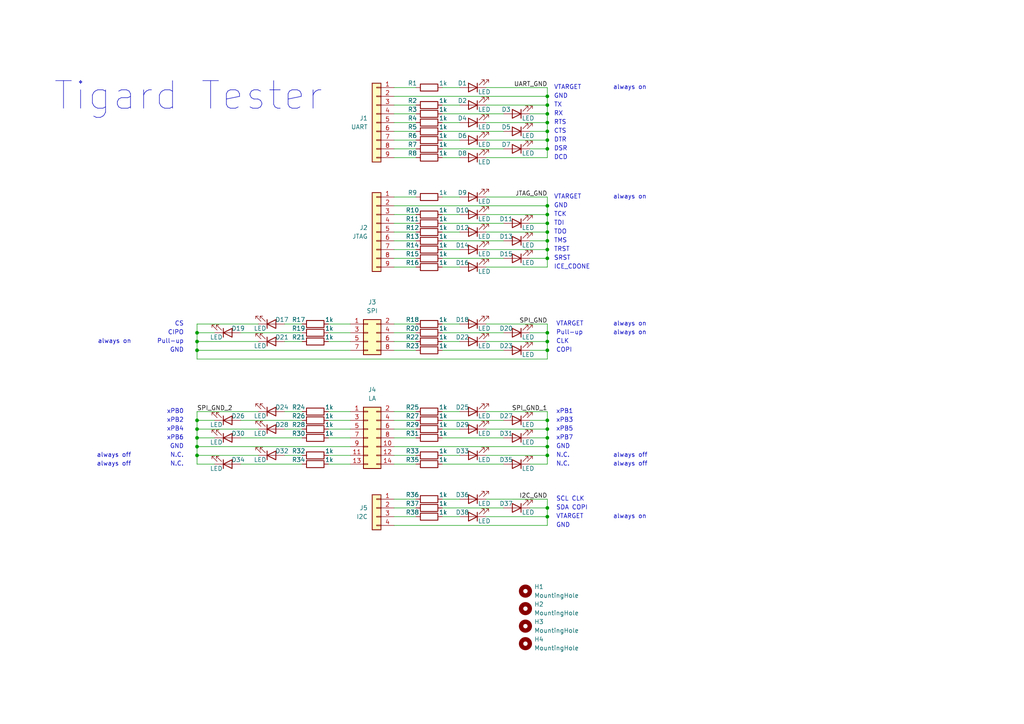
<source format=kicad_sch>
(kicad_sch (version 20231120) (generator "eeschema") (generator_version "8.0")
  (paper "A4")
  (title_block (title "Tigard Tester") (date "2025-01-11") (rev "v1.0") (company "@casartar"))
  (lib_symbols
    (symbol "Connector_Generic:Conn_01x04" (pin_names (offset 1.016) hide)
      (property "Reference" "J" (at 0 5.08 0))
      (property "Value" "Conn_01x04" (at 0 -7.62 0))
      (symbol "Conn_01x04_1_1"
        (rectangle (start -1.27 -4.953) (end 0 -5.207) (stroke (width 0.1524)))
        (rectangle (start -1.27 -2.413) (end 0 -2.667) (stroke (width 0.1524)))
        (rectangle (start -1.27 0.127) (end 0 -0.127) (stroke (width 0.1524)))
        (rectangle (start -1.27 2.667) (end 0 2.413) (stroke (width 0.1524)))
        (rectangle (start -1.27 3.81) (end 1.27 -6.35) (stroke (width 0.254)) (fill (type background)))
        (pin passive line (at -5.08 2.54 0) (length 3.81) (name "Pin_1") (number "1"))
        (pin passive line (at -5.08 0 0) (length 3.81) (name "Pin_2") (number "2"))
        (pin passive line (at -5.08 -2.54 0) (length 3.81) (name "Pin_3") (number "3"))
        (pin passive line (at -5.08 -5.08 0) (length 3.81) (name "Pin_4") (number "4"))
      )
    )
    (symbol "Connector_Generic:Conn_01x09" (pin_names (offset 1.016) hide)
      (property "Reference" "J" (at 0 12.7 0))
      (property "Value" "Conn_01x09" (at 0 -12.7 0))
      (symbol "Conn_01x09_1_1"
        (rectangle (start -1.27 -10.033) (end 0 -10.287) (stroke (width 0.1524)))
        (rectangle (start -1.27 -7.493) (end 0 -7.747) (stroke (width 0.1524)))
        (rectangle (start -1.27 -4.953) (end 0 -5.207) (stroke (width 0.1524)))
        (rectangle (start -1.27 -2.413) (end 0 -2.667) (stroke (width 0.1524)))
        (rectangle (start -1.27 0.127) (end 0 -0.127) (stroke (width 0.1524)))
        (rectangle (start -1.27 2.667) (end 0 2.413) (stroke (width 0.1524)))
        (rectangle (start -1.27 5.207) (end 0 4.953) (stroke (width 0.1524)))
        (rectangle (start -1.27 7.747) (end 0 7.493) (stroke (width 0.1524)))
        (rectangle (start -1.27 10.287) (end 0 10.033) (stroke (width 0.1524)))
        (rectangle (start -1.27 11.43) (end 1.27 -11.43) (stroke (width 0.254)) (fill (type background)))
        (pin passive line (at -5.08 10.16 0) (length 3.81) (name "Pin_1") (number "1"))
        (pin passive line (at -5.08 7.62 0) (length 3.81) (name "Pin_2") (number "2"))
        (pin passive line (at -5.08 5.08 0) (length 3.81) (name "Pin_3") (number "3"))
        (pin passive line (at -5.08 2.54 0) (length 3.81) (name "Pin_4") (number "4"))
        (pin passive line (at -5.08 0 0) (length 3.81) (name "Pin_5") (number "5"))
        (pin passive line (at -5.08 -2.54 0) (length 3.81) (name "Pin_6") (number "6"))
        (pin passive line (at -5.08 -5.08 0) (length 3.81) (name "Pin_7") (number "7"))
        (pin passive line (at -5.08 -7.62 0) (length 3.81) (name "Pin_8") (number "8"))
        (pin passive line (at -5.08 -10.16 0) (length 3.81) (name "Pin_9") (number "9"))
      )
    )
    (symbol "Connector_Generic:Conn_02x04_Odd_Even" (pin_names (offset 1.016) hide)
      (property "Reference" "J" (at 1.27 5.08 0))
      (property "Value" "Conn_02x04_Odd_Even" (at 1.27 -7.62 0))
      (symbol "Conn_02x04_Odd_Even_1_1"
        (rectangle (start -1.27 -4.953) (end 0 -5.207) (stroke (width 0.1524)))
        (rectangle (start -1.27 -2.413) (end 0 -2.667) (stroke (width 0.1524)))
        (rectangle (start -1.27 0.127) (end 0 -0.127) (stroke (width 0.1524)))
        (rectangle (start -1.27 2.667) (end 0 2.413) (stroke (width 0.1524)))
        (rectangle (start -1.27 3.81) (end 3.81 -6.35) (stroke (width 0.254)) (fill (type background)))
        (rectangle (start 3.81 -4.953) (end 2.54 -5.207) (stroke (width 0.1524)))
        (rectangle (start 3.81 -2.413) (end 2.54 -2.667) (stroke (width 0.1524)))
        (rectangle (start 3.81 0.127) (end 2.54 -0.127) (stroke (width 0.1524)))
        (rectangle (start 3.81 2.667) (end 2.54 2.413) (stroke (width 0.1524)))
        (pin passive line (at -5.08 2.54 0) (length 3.81) (name "Pin_1") (number "1"))
        (pin passive line (at 7.62 2.54 180) (length 3.81) (name "Pin_2") (number "2"))
        (pin passive line (at -5.08 0 0) (length 3.81) (name "Pin_3") (number "3"))
        (pin passive line (at 7.62 0 180) (length 3.81) (name "Pin_4") (number "4"))
        (pin passive line (at -5.08 -2.54 0) (length 3.81) (name "Pin_5") (number "5"))
        (pin passive line (at 7.62 -2.54 180) (length 3.81) (name "Pin_6") (number "6"))
        (pin passive line (at -5.08 -5.08 0) (length 3.81) (name "Pin_7") (number "7"))
        (pin passive line (at 7.62 -5.08 180) (length 3.81) (name "Pin_8") (number "8"))
      )
    )
    (symbol "Connector_Generic:Conn_02x07_Odd_Even" (pin_names (offset 1.016) hide)
      (property "Reference" "J" (at 1.27 10.16 0))
      (property "Value" "Conn_02x07_Odd_Even" (at 1.27 -10.16 0))
      (symbol "Conn_02x07_Odd_Even_1_1"
        (rectangle (start -1.27 -7.493) (end 0 -7.747) (stroke (width 0.1524)))
        (rectangle (start -1.27 -4.953) (end 0 -5.207) (stroke (width 0.1524)))
        (rectangle (start -1.27 -2.413) (end 0 -2.667) (stroke (width 0.1524)))
        (rectangle (start -1.27 0.127) (end 0 -0.127) (stroke (width 0.1524)))
        (rectangle (start -1.27 2.667) (end 0 2.413) (stroke (width 0.1524)))
        (rectangle (start -1.27 5.207) (end 0 4.953) (stroke (width 0.1524)))
        (rectangle (start -1.27 7.747) (end 0 7.493) (stroke (width 0.1524)))
        (rectangle (start -1.27 8.89) (end 3.81 -8.89) (stroke (width 0.254)) (fill (type background)))
        (rectangle (start 3.81 -7.493) (end 2.54 -7.747) (stroke (width 0.1524)))
        (rectangle (start 3.81 -4.953) (end 2.54 -5.207) (stroke (width 0.1524)))
        (rectangle (start 3.81 -2.413) (end 2.54 -2.667) (stroke (width 0.1524)))
        (rectangle (start 3.81 0.127) (end 2.54 -0.127) (stroke (width 0.1524)))
        (rectangle (start 3.81 2.667) (end 2.54 2.413) (stroke (width 0.1524)))
        (rectangle (start 3.81 5.207) (end 2.54 4.953) (stroke (width 0.1524)))
        (rectangle (start 3.81 7.747) (end 2.54 7.493) (stroke (width 0.1524)))
        (pin passive line (at -5.08 7.62 0) (length 3.81) (name "Pin_1") (number "1"))
        (pin passive line (at 7.62 -2.54 180) (length 3.81) (name "Pin_10") (number "10"))
        (pin passive line (at -5.08 -5.08 0) (length 3.81) (name "Pin_11") (number "11"))
        (pin passive line (at 7.62 -5.08 180) (length 3.81) (name "Pin_12") (number "12"))
        (pin passive line (at -5.08 -7.62 0) (length 3.81) (name "Pin_13") (number "13"))
        (pin passive line (at 7.62 -7.62 180) (length 3.81) (name "Pin_14") (number "14"))
        (pin passive line (at 7.62 7.62 180) (length 3.81) (name "Pin_2") (number "2"))
        (pin passive line (at -5.08 5.08 0) (length 3.81) (name "Pin_3") (number "3"))
        (pin passive line (at 7.62 5.08 180) (length 3.81) (name "Pin_4") (number "4"))
        (pin passive line (at -5.08 2.54 0) (length 3.81) (name "Pin_5") (number "5"))
        (pin passive line (at 7.62 2.54 180) (length 3.81) (name "Pin_6") (number "6"))
        (pin passive line (at -5.08 0 0) (length 3.81) (name "Pin_7") (number "7"))
        (pin passive line (at 7.62 0 180) (length 3.81) (name "Pin_8") (number "8"))
        (pin passive line (at -5.08 -2.54 0) (length 3.81) (name "Pin_9") (number "9"))
      )
    )
    (symbol "Device:LED" (pin_numbers hide) (pin_names (offset 1.016) hide)
      (property "Reference" "D" (at 0 2.54 0))
      (property "Value" "LED" (at 0 -2.54 0))
      (symbol "LED_0_1"
        (polyline (pts (xy -1.27 -1.27) (xy -1.27 1.27)) (stroke (width 0.254)))
        (polyline (pts (xy -1.27 0) (xy 1.27 0)))
        (polyline (pts (xy 1.27 -1.27) (xy 1.27 1.27) (xy -1.27 0) (xy 1.27 -1.27)) (stroke (width 0.254)))
        (polyline (pts (xy -3.048 -0.762) (xy -4.572 -2.286) (xy -3.81 -2.286) (xy -4.572 -2.286) (xy -4.572 -1.524)))
        (polyline (pts (xy -1.778 -0.762) (xy -3.302 -2.286) (xy -2.54 -2.286) (xy -3.302 -2.286) (xy -3.302 -1.524)))
      )
      (symbol "LED_1_1"
        (pin passive line (at -3.81 0 0) (length 2.54) (name "K") (number "1"))
        (pin passive line (at 3.81 0 180) (length 2.54) (name "A") (number "2"))
      )
    )
    (symbol "Device:R" (pin_numbers hide) (pin_names (offset 0))
      (property "Reference" "R" (at 2.032 0 90))
      (property "Value" "R" (at 0 0 90))
      (symbol "R_0_1"
        (rectangle (start -1.016 -2.54) (end 1.016 2.54) (stroke (width 0.254)))
      )
      (symbol "R_1_1"
        (pin passive line (at 0 3.81 270) (length 1.27) (name "~") (number "1"))
        (pin passive line (at 0 -3.81 90) (length 1.27) (name "~") (number "2"))
      )
    )
    (symbol "Mechanical:MountingHole" (pin_names (offset 1.016)) (exclude_from_sim yes) (in_bom no)
      (property "Reference" "H" (at 0 5.08 0))
      (property "Value" "MountingHole" (at 0 3.175 0))
      (symbol "MountingHole_0_1"
        (circle (center 0 0) (radius 1.27) (stroke (width 1.27)))
      )
    )
  )
  (junction (at 158.75 27.94))
  (junction (at 158.75 127))
  (junction (at 158.75 43.18))
  (junction (at 158.75 74.93))
  (junction (at 158.75 62.23))
  (junction (at 158.75 72.39))
  (junction (at 158.75 67.31))
  (junction (at 158.75 59.69))
  (junction (at 158.75 35.56))
  (junction (at 158.75 30.48))
  (junction (at 57.15 129.54))
  (junction (at 158.75 129.54))
  (junction (at 158.75 147.32))
  (junction (at 158.75 40.64))
  (junction (at 158.75 99.06))
  (junction (at 57.15 127))
  (junction (at 57.15 132.08))
  (junction (at 57.15 121.92))
  (junction (at 57.15 101.6))
  (junction (at 158.75 121.92))
  (junction (at 57.15 124.46))
  (junction (at 57.15 99.06))
  (junction (at 158.75 64.77))
  (junction (at 158.75 96.52))
  (junction (at 158.75 69.85))
  (junction (at 158.75 101.6))
  (junction (at 158.75 38.1))
  (junction (at 158.75 124.46))
  (junction (at 158.75 33.02))
  (junction (at 158.75 149.86))
  (junction (at 57.15 96.52))
  (junction (at 158.75 132.08))
  (wire (pts (xy 158.75 144.78) (xy 158.75 147.32)))
  (wire (pts (xy 114.3 64.77) (xy 120.65 64.77)))
  (wire (pts (xy 158.75 149.86) (xy 158.75 147.32)))
  (wire (pts (xy 140.97 99.06) (xy 158.75 99.06)))
  (wire (pts (xy 128.27 72.39) (xy 133.35 72.39)))
  (wire (pts (xy 128.27 30.48) (xy 133.35 30.48)))
  (wire (pts (xy 114.3 35.56) (xy 120.65 35.56)))
  (wire (pts (xy 128.27 69.85) (xy 146.05 69.85)))
  (wire (pts (xy 158.75 30.48) (xy 140.97 30.48)))
  (wire (pts (xy 57.15 124.46) (xy 74.93 124.46)))
  (wire (pts (xy 114.3 45.72) (xy 120.65 45.72)))
  (wire (pts (xy 57.15 121.92) (xy 62.23 121.92)))
  (wire (pts (xy 140.97 144.78) (xy 158.75 144.78)))
  (wire (pts (xy 95.25 134.62) (xy 101.6 134.62)))
  (wire (pts (xy 140.97 35.56) (xy 158.75 35.56)))
  (wire (pts (xy 128.27 124.46) (xy 133.35 124.46)))
  (wire (pts (xy 114.3 59.69) (xy 158.75 59.69)))
  (wire (pts (xy 128.27 99.06) (xy 133.35 99.06)))
  (wire (pts (xy 128.27 144.78) (xy 133.35 144.78)))
  (wire (pts (xy 158.75 134.62) (xy 158.75 132.08)))
  (wire (pts (xy 158.75 69.85) (xy 158.75 72.39)))
  (wire (pts (xy 153.67 121.92) (xy 158.75 121.92)))
  (wire (pts (xy 153.67 38.1) (xy 158.75 38.1)))
  (wire (pts (xy 158.75 64.77) (xy 158.75 67.31)))
  (wire (pts (xy 114.3 62.23) (xy 120.65 62.23)))
  (wire (pts (xy 128.27 64.77) (xy 146.05 64.77)))
  (wire (pts (xy 114.3 127) (xy 120.65 127)))
  (wire (pts (xy 57.15 99.06) (xy 57.15 96.52)))
  (wire (pts (xy 158.75 99.06) (xy 158.75 96.52)))
  (wire (pts (xy 153.67 96.52) (xy 158.75 96.52)))
  (wire (pts (xy 128.27 121.92) (xy 146.05 121.92)))
  (wire (pts (xy 158.75 67.31) (xy 158.75 69.85)))
  (wire (pts (xy 95.25 132.08) (xy 101.6 132.08)))
  (wire (pts (xy 128.27 57.15) (xy 133.35 57.15)))
  (wire (pts (xy 114.3 101.6) (xy 120.65 101.6)))
  (wire (pts (xy 114.3 119.38) (xy 120.65 119.38)))
  (wire (pts (xy 140.97 40.64) (xy 158.75 40.64)))
  (wire (pts (xy 158.75 40.64) (xy 158.75 43.18)))
  (wire (pts (xy 114.3 72.39) (xy 120.65 72.39)))
  (wire (pts (xy 114.3 96.52) (xy 120.65 96.52)))
  (wire (pts (xy 128.27 134.62) (xy 146.05 134.62)))
  (wire (pts (xy 57.15 119.38) (xy 57.15 121.92)))
  (wire (pts (xy 158.75 124.46) (xy 158.75 127)))
  (wire (pts (xy 69.85 134.62) (xy 87.63 134.62)))
  (wire (pts (xy 95.25 124.46) (xy 101.6 124.46)))
  (wire (pts (xy 62.23 134.62) (xy 57.15 134.62)))
  (wire (pts (xy 114.3 33.02) (xy 120.65 33.02)))
  (wire (pts (xy 114.3 27.94) (xy 158.75 27.94)))
  (wire (pts (xy 128.27 62.23) (xy 133.35 62.23)))
  (wire (pts (xy 158.75 33.02) (xy 158.75 30.48)))
  (wire (pts (xy 82.55 119.38) (xy 87.63 119.38)))
  (wire (pts (xy 128.27 43.18) (xy 146.05 43.18)))
  (wire (pts (xy 158.75 101.6) (xy 158.75 99.06)))
  (wire (pts (xy 114.3 67.31) (xy 120.65 67.31)))
  (wire (pts (xy 114.3 132.08) (xy 120.65 132.08)))
  (wire (pts (xy 158.75 59.69) (xy 158.75 62.23)))
  (wire (pts (xy 95.25 96.52) (xy 101.6 96.52)))
  (wire (pts (xy 128.27 149.86) (xy 133.35 149.86)))
  (wire (pts (xy 114.3 99.06) (xy 120.65 99.06)))
  (wire (pts (xy 74.93 99.06) (xy 57.15 99.06)))
  (wire (pts (xy 158.75 45.72) (xy 158.75 43.18)))
  (wire (pts (xy 158.75 147.32) (xy 153.67 147.32)))
  (wire (pts (xy 114.3 93.98) (xy 120.65 93.98)))
  (wire (pts (xy 158.75 104.14) (xy 57.15 104.14)))
  (wire (pts (xy 128.27 45.72) (xy 133.35 45.72)))
  (wire (pts (xy 114.3 38.1) (xy 120.65 38.1)))
  (wire (pts (xy 57.15 101.6) (xy 57.15 99.06)))
  (wire (pts (xy 95.25 93.98) (xy 101.6 93.98)))
  (wire (pts (xy 140.97 72.39) (xy 158.75 72.39)))
  (wire (pts (xy 140.97 149.86) (xy 158.75 149.86)))
  (wire (pts (xy 82.55 132.08) (xy 87.63 132.08)))
  (wire (pts (xy 140.97 62.23) (xy 158.75 62.23)))
  (wire (pts (xy 158.75 129.54) (xy 158.75 127)))
  (wire (pts (xy 153.67 64.77) (xy 158.75 64.77)))
  (wire (pts (xy 114.3 124.46) (xy 120.65 124.46)))
  (wire (pts (xy 153.67 69.85) (xy 158.75 69.85)))
  (wire (pts (xy 153.67 134.62) (xy 158.75 134.62)))
  (wire (pts (xy 82.55 93.98) (xy 87.63 93.98)))
  (wire (pts (xy 57.15 93.98) (xy 74.93 93.98)))
  (wire (pts (xy 128.27 93.98) (xy 133.35 93.98)))
  (wire (pts (xy 128.27 132.08) (xy 133.35 132.08)))
  (wire (pts (xy 95.25 99.06) (xy 101.6 99.06)))
  (wire (pts (xy 62.23 96.52) (xy 57.15 96.52)))
  (wire (pts (xy 158.75 96.52) (xy 158.75 93.98)))
  (wire (pts (xy 128.27 74.93) (xy 146.05 74.93)))
  (wire (pts (xy 69.85 121.92) (xy 87.63 121.92)))
  (wire (pts (xy 114.3 77.47) (xy 120.65 77.47)))
  (wire (pts (xy 128.27 96.52) (xy 146.05 96.52)))
  (wire (pts (xy 140.97 45.72) (xy 158.75 45.72)))
  (wire (pts (xy 69.85 96.52) (xy 87.63 96.52)))
  (wire (pts (xy 128.27 147.32) (xy 146.05 147.32)))
  (wire (pts (xy 57.15 104.14) (xy 57.15 101.6)))
  (wire (pts (xy 114.3 40.64) (xy 120.65 40.64)))
  (wire (pts (xy 114.3 69.85) (xy 120.65 69.85)))
  (wire (pts (xy 128.27 25.4) (xy 133.35 25.4)))
  (wire (pts (xy 153.67 33.02) (xy 158.75 33.02)))
  (wire (pts (xy 57.15 129.54) (xy 57.15 127)))
  (wire (pts (xy 57.15 121.92) (xy 57.15 124.46)))
  (wire (pts (xy 69.85 127) (xy 87.63 127)))
  (wire (pts (xy 114.3 129.54) (xy 158.75 129.54)))
  (wire (pts (xy 101.6 101.6) (xy 57.15 101.6)))
  (wire (pts (xy 153.67 74.93) (xy 158.75 74.93)))
  (wire (pts (xy 158.75 62.23) (xy 158.75 64.77)))
  (wire (pts (xy 140.97 132.08) (xy 158.75 132.08)))
  (wire (pts (xy 128.27 119.38) (xy 133.35 119.38)))
  (wire (pts (xy 82.55 99.06) (xy 87.63 99.06)))
  (wire (pts (xy 57.15 96.52) (xy 57.15 93.98)))
  (wire (pts (xy 128.27 38.1) (xy 146.05 38.1)))
  (wire (pts (xy 158.75 93.98) (xy 140.97 93.98)))
  (wire (pts (xy 128.27 127) (xy 146.05 127)))
  (wire (pts (xy 158.75 121.92) (xy 158.75 124.46)))
  (wire (pts (xy 158.75 27.94) (xy 158.75 30.48)))
  (wire (pts (xy 114.3 134.62) (xy 120.65 134.62)))
  (wire (pts (xy 158.75 119.38) (xy 158.75 121.92)))
  (wire (pts (xy 140.97 119.38) (xy 158.75 119.38)))
  (wire (pts (xy 128.27 33.02) (xy 146.05 33.02)))
  (wire (pts (xy 82.55 124.46) (xy 87.63 124.46)))
  (wire (pts (xy 114.3 144.78) (xy 120.65 144.78)))
  (wire (pts (xy 128.27 101.6) (xy 146.05 101.6)))
  (wire (pts (xy 128.27 77.47) (xy 133.35 77.47)))
  (wire (pts (xy 101.6 129.54) (xy 57.15 129.54)))
  (wire (pts (xy 114.3 25.4) (xy 120.65 25.4)))
  (wire (pts (xy 57.15 127) (xy 62.23 127)))
  (wire (pts (xy 74.93 119.38) (xy 57.15 119.38)))
  (wire (pts (xy 158.75 132.08) (xy 158.75 129.54)))
  (wire (pts (xy 140.97 124.46) (xy 158.75 124.46)))
  (wire (pts (xy 95.25 119.38) (xy 101.6 119.38)))
  (wire (pts (xy 158.75 127) (xy 153.67 127)))
  (wire (pts (xy 114.3 43.18) (xy 120.65 43.18)))
  (wire (pts (xy 153.67 101.6) (xy 158.75 101.6)))
  (wire (pts (xy 114.3 147.32) (xy 120.65 147.32)))
  (wire (pts (xy 158.75 101.6) (xy 158.75 104.14)))
  (wire (pts (xy 128.27 67.31) (xy 133.35 67.31)))
  (wire (pts (xy 128.27 40.64) (xy 133.35 40.64)))
  (wire (pts (xy 74.93 132.08) (xy 57.15 132.08)))
  (wire (pts (xy 95.25 121.92) (xy 101.6 121.92)))
  (wire (pts (xy 158.75 74.93) (xy 158.75 77.47)))
  (wire (pts (xy 158.75 57.15) (xy 158.75 59.69)))
  (wire (pts (xy 140.97 57.15) (xy 158.75 57.15)))
  (wire (pts (xy 140.97 67.31) (xy 158.75 67.31)))
  (wire (pts (xy 114.3 152.4) (xy 158.75 152.4)))
  (wire (pts (xy 158.75 38.1) (xy 158.75 40.64)))
  (wire (pts (xy 114.3 74.93) (xy 120.65 74.93)))
  (wire (pts (xy 57.15 134.62) (xy 57.15 132.08)))
  (wire (pts (xy 114.3 57.15) (xy 120.65 57.15)))
  (wire (pts (xy 158.75 77.47) (xy 140.97 77.47)))
  (wire (pts (xy 158.75 25.4) (xy 158.75 27.94)))
  (wire (pts (xy 158.75 33.02) (xy 158.75 35.56)))
  (wire (pts (xy 158.75 152.4) (xy 158.75 149.86)))
  (wire (pts (xy 114.3 30.48) (xy 120.65 30.48)))
  (wire (pts (xy 158.75 35.56) (xy 158.75 38.1)))
  (wire (pts (xy 128.27 35.56) (xy 133.35 35.56)))
  (wire (pts (xy 95.25 127) (xy 101.6 127)))
  (wire (pts (xy 57.15 124.46) (xy 57.15 127)))
  (wire (pts (xy 57.15 132.08) (xy 57.15 129.54)))
  (wire (pts (xy 158.75 72.39) (xy 158.75 74.93)))
  (wire (pts (xy 140.97 25.4) (xy 158.75 25.4)))
  (wire (pts (xy 114.3 149.86) (xy 120.65 149.86)))
  (wire (pts (xy 114.3 121.92) (xy 120.65 121.92)))
  (wire (pts (xy 158.75 43.18) (xy 153.67 43.18)))
  (text "RTS" (at 160.655 35.56 0) (effects (font (size 1.27 1.27)) (justify left)))
  (text "ICE_CDONE" (at 160.655 77.47 0) (effects (font (size 1.27 1.27)) (justify left)))
  (text "TX" (at 160.655 30.48 0) (effects (font (size 1.27 1.27)) (justify left)))
  (text "Tigard Tester" (at 54.61 27.94 0) (effects (font (size 8 8))))
  (text "N.C." (at 53.34 134.62 0) (effects (font (size 1.27 1.27)) (justify right)))
  (text "Pull-up" (at 161.29 96.52 0) (effects (font (size 1.27 1.27)) (justify left)))
  (text "VTARGET" (at 160.655 25.4 0) (effects (font (size 1.27 1.27)) (justify left)))
  (text "N.C." (at 161.29 134.62 0) (effects (font (size 1.27 1.27)) (justify left)))
  (text "xPB7" (at 161.29 127 0) (effects (font (size 1.27 1.27)) (justify left)))
  (text "DSR" (at 160.655 43.18 0) (effects (font (size 1.27 1.27)) (justify left)))
  (text "always on" (at 177.8 57.15 0) (effects (font (size 1.27 1.27)) (justify left)))
  (text "TRST" (at 160.655 72.39 0) (effects (font (size 1.27 1.27)) (justify left)))
  (text "always off" (at 38.1 132.08 0) (effects (font (size 1.27 1.27)) (justify right)))
  (text "GND" (at 160.655 27.94 0) (effects (font (size 1.27 1.27)) (justify left)))
  (text "DTR" (at 160.655 40.64 0) (effects (font (size 1.27 1.27)) (justify left)))
  (text "SDA COPI" (at 161.29 147.32 0) (effects (font (size 1.27 1.27)) (justify left)))
  (text "GND" (at 161.29 152.4 0) (effects (font (size 1.27 1.27)) (justify left)))
  (text "COPI" (at 161.29 101.6 0) (effects (font (size 1.27 1.27)) (justify left)))
  (text "SCL CLK" (at 161.29 144.78 0) (effects (font (size 1.27 1.27)) (justify left)))
  (text "VTARGET" (at 160.655 57.15 0) (effects (font (size 1.27 1.27)) (justify left)))
  (text "SRST" (at 160.655 74.93 0) (effects (font (size 1.27 1.27)) (justify left)))
  (text "TDO" (at 160.655 67.31 0) (effects (font (size 1.27 1.27)) (justify left)))
  (text "VTARGET" (at 161.29 149.86 0) (effects (font (size 1.27 1.27)) (justify left)))
  (text "xPB6" (at 53.34 127 0) (effects (font (size 1.27 1.27)) (justify right)))
  (text "TCK" (at 160.655 62.23 0) (effects (font (size 1.27 1.27)) (justify left)))
  (text "TMS" (at 160.655 69.85 0) (effects (font (size 1.27 1.27)) (justify left)))
  (text "Pull-up" (at 53.34 99.06 0) (effects (font (size 1.27 1.27)) (justify right)))
  (text "VTARGET" (at 161.29 93.98 0) (effects (font (size 1.27 1.27)) (justify left)))
  (text "xPB5" (at 161.29 124.46 0) (effects (font (size 1.27 1.27)) (justify left)))
  (text "TDI" (at 160.655 64.77 0) (effects (font (size 1.27 1.27)) (justify left)))
  (text "GND" (at 161.29 129.54 0) (effects (font (size 1.27 1.27)) (justify left)))
  (text "always on" (at 177.8 96.52 0) (effects (font (size 1.27 1.27)) (justify left)))
  (text "GND" (at 53.34 101.6 0) (effects (font (size 1.27 1.27)) (justify right)))
  (text "CIPO" (at 53.34 96.52 0) (effects (font (size 1.27 1.27)) (justify right)))
  (text "always off" (at 177.8 132.08 0) (effects (font (size 1.27 1.27)) (justify left)))
  (text "N.C." (at 53.34 132.08 0) (effects (font (size 1.27 1.27)) (justify right)))
  (text "always on" (at 177.8 93.98 0) (effects (font (size 1.27 1.27)) (justify left)))
  (text "CTS" (at 160.655 38.1 0) (effects (font (size 1.27 1.27)) (justify left)))
  (text "CLK" (at 161.29 99.06 0) (effects (font (size 1.27 1.27)) (justify left)))
  (text "always off" (at 177.8 134.62 0) (effects (font (size 1.27 1.27)) (justify left)))
  (text "always off" (at 38.1 134.62 0) (effects (font (size 1.27 1.27)) (justify right)))
  (text "GND" (at 53.34 129.54 0) (effects (font (size 1.27 1.27)) (justify right)))
  (text "N.C." (at 161.29 132.08 0) (effects (font (size 1.27 1.27)) (justify left)))
  (text "xPB3" (at 161.29 121.92 0) (effects (font (size 1.27 1.27)) (justify left)))
  (text "always on" (at 177.8 149.86 0) (effects (font (size 1.27 1.27)) (justify left)))
  (text "GND" (at 160.655 59.69 0) (effects (font (size 1.27 1.27)) (justify left)))
  (text "always on" (at 177.8 25.4 0) (effects (font (size 1.27 1.27)) (justify left)))
  (text "xPB2" (at 53.34 121.92 0) (effects (font (size 1.27 1.27)) (justify right)))
  (text "xPB4" (at 53.34 124.46 0) (effects (font (size 1.27 1.27)) (justify right)))
  (text "CS" (at 53.34 93.98 0) (effects (font (size 1.27 1.27)) (justify right)))
  (text "xPB0" (at 53.34 119.38 0) (effects (font (size 1.27 1.27)) (justify right)))
  (text "DCD" (at 160.655 45.72 0) (effects (font (size 1.27 1.27)) (justify left)))
  (text "always on" (at 38.1 99.06 0) (effects (font (size 1.27 1.27)) (justify right)))
  (text "RX" (at 160.655 33.02 0) (effects (font (size 1.27 1.27)) (justify left)))
  (text "xPB1" (at 161.29 119.38 0) (effects (font (size 1.27 1.27)) (justify left)))
  (label "SPI_GND" (at 158.75 93.98 180))
  (label "SPI_GND_1" (at 158.75 119.38 180))
  (label "JTAG_GND" (at 158.75 57.15 180))
  (label "UART_GND" (at 158.75 25.4 180))
  (label "I2C_GND" (at 158.75 144.78 180))
  (label "SPI_GND_2" (at 57.15 119.38 0))
  (symbol (lib_id "Device:LED") (at 137.16 93.98 180) (unit 1)
    (property "Reference" "D18" (at 134.112 92.71 0))
    (property "Value" "LED" (at 140.462 95.25 0))
    (property "Footprint" "LED_SMD:LED_0805_2012Metric_Pad1.15x1.40mm_HandSolder" (effects (hide yes)))
    (property "Description" "Light emitting diode" (effects (hide yes)))
  )
  (symbol (lib_id "Device:R") (at 124.46 33.02 90) (unit 1)
    (property "Reference" "R3" (at 119.634 31.75 90))
    (property "Value" "1k" (at 128.524 31.75 90))
    (property "Footprint" "Resistor_SMD:R_0805_2012Metric_Pad1.20x1.40mm_HandSolder" (effects (hide yes)))
    (property "Description" "Resistor" (effects (hide yes)))
  )
  (symbol (lib_id "Device:LED") (at 149.86 127 180) (unit 1)
    (property "Reference" "D31" (at 146.812 125.73 0))
    (property "Value" "LED" (at 153.162 128.27 0))
    (property "Footprint" "LED_SMD:LED_0805_2012Metric_Pad1.15x1.40mm_HandSolder" (effects (hide yes)))
    (property "Description" "Light emitting diode" (effects (hide yes)))
  )
  (symbol (lib_id "Device:LED") (at 66.04 134.62 0) (mirror x) (unit 1)
    (property "Reference" "D34" (at 69.088 133.35 0))
    (property "Value" "LED" (at 62.738 135.89 0))
    (property "Footprint" "LED_SMD:LED_0805_2012Metric_Pad1.15x1.40mm_HandSolder" (effects (hide yes)))
    (property "Description" "Light emitting diode" (effects (hide yes)))
  )
  (symbol (lib_id "Device:R") (at 91.44 99.06 90) (unit 1)
    (property "Reference" "R21" (at 86.614 97.79 90))
    (property "Value" "1k" (at 95.504 97.79 90))
    (property "Footprint" "Resistor_SMD:R_0805_2012Metric_Pad1.20x1.40mm_HandSolder" (effects (hide yes)))
    (property "Description" "Resistor" (effects (hide yes)))
  )
  (symbol (lib_id "Device:LED") (at 78.74 132.08 0) (mirror x) (unit 1)
    (property "Reference" "D32" (at 81.788 130.81 0))
    (property "Value" "LED" (at 75.438 133.35 0))
    (property "Footprint" "LED_SMD:LED_0805_2012Metric_Pad1.15x1.40mm_HandSolder" (effects (hide yes)))
    (property "Description" "Light emitting diode" (effects (hide yes)))
  )
  (symbol (lib_id "Device:LED") (at 149.86 96.52 180) (unit 1)
    (property "Reference" "D20" (at 146.812 95.25 0))
    (property "Value" "LED" (at 153.162 97.79 0))
    (property "Footprint" "LED_SMD:LED_0805_2012Metric_Pad1.15x1.40mm_HandSolder" (effects (hide yes)))
    (property "Description" "Light emitting diode" (effects (hide yes)))
  )
  (symbol (lib_id "Device:LED") (at 137.16 35.56 180) (unit 1)
    (property "Reference" "D4" (at 134.112 34.29 0))
    (property "Value" "LED" (at 140.462 36.83 0))
    (property "Footprint" "LED_SMD:LED_0805_2012Metric_Pad1.15x1.40mm_HandSolder" (effects (hide yes)))
    (property "Description" "Light emitting diode" (effects (hide yes)))
  )
  (symbol (lib_id "Device:LED") (at 78.74 119.38 0) (mirror x) (unit 1)
    (property "Reference" "D24" (at 81.788 118.11 0))
    (property "Value" "LED" (at 75.438 120.65 0))
    (property "Footprint" "LED_SMD:LED_0805_2012Metric_Pad1.15x1.40mm_HandSolder" (effects (hide yes)))
    (property "Description" "Light emitting diode" (effects (hide yes)))
  )
  (symbol (lib_id "Device:R") (at 91.44 134.62 90) (unit 1)
    (property "Reference" "R34" (at 86.614 133.35 90))
    (property "Value" "1k" (at 95.504 133.35 90))
    (property "Footprint" "Resistor_SMD:R_0805_2012Metric_Pad1.20x1.40mm_HandSolder" (effects (hide yes)))
    (property "Description" "Resistor" (effects (hide yes)))
  )
  (symbol (lib_id "Connector_Generic:Conn_01x04") (at 109.22 147.32 0) (mirror y) (unit 1)
    (property "Reference" "J5" (at 106.68 147.3199 0) (effects (justify left)))
    (property "Value" "I2C" (at 106.68 149.8599 0) (effects (justify left)))
    (property "Footprint" "Connector_PinSocket_2.54mm:PinSocket_1x04_P2.54mm_Vertical" (effects (hide yes)))
    (property "Description" "Generic connector, single row, 01x04, script generated (kicad-library-utils/schlib/autogen/connector/)" (effects (hide yes)))
  )
  (symbol (lib_id "Device:LED") (at 137.16 40.64 180) (unit 1)
    (property "Reference" "D6" (at 134.112 39.37 0))
    (property "Value" "LED" (at 140.462 41.91 0))
    (property "Footprint" "LED_SMD:LED_0805_2012Metric_Pad1.15x1.40mm_HandSolder" (effects (hide yes)))
    (property "Description" "Light emitting diode" (effects (hide yes)))
  )
  (symbol (lib_id "Device:R") (at 124.46 119.38 90) (unit 1)
    (property "Reference" "R25" (at 119.634 118.11 90))
    (property "Value" "1k" (at 128.524 118.11 90))
    (property "Footprint" "Resistor_SMD:R_0805_2012Metric_Pad1.20x1.40mm_HandSolder" (effects (hide yes)))
    (property "Description" "Resistor" (effects (hide yes)))
  )
  (symbol (lib_id "Device:R") (at 91.44 96.52 90) (unit 1)
    (property "Reference" "R19" (at 86.614 95.25 90))
    (property "Value" "1k" (at 95.504 95.25 90))
    (property "Footprint" "Resistor_SMD:R_0805_2012Metric_Pad1.20x1.40mm_HandSolder" (effects (hide yes)))
    (property "Description" "Resistor" (effects (hide yes)))
  )
  (symbol (lib_id "Device:LED") (at 137.16 144.78 180) (unit 1)
    (property "Reference" "D36" (at 134.112 143.51 0))
    (property "Value" "LED" (at 140.462 146.05 0))
    (property "Footprint" "LED_SMD:LED_0805_2012Metric_Pad1.15x1.40mm_HandSolder" (effects (hide yes)))
    (property "Description" "Light emitting diode" (effects (hide yes)))
  )
  (symbol (lib_id "Device:LED") (at 137.16 99.06 180) (unit 1)
    (property "Reference" "D22" (at 134.112 97.79 0))
    (property "Value" "LED" (at 140.462 100.33 0))
    (property "Footprint" "LED_SMD:LED_0805_2012Metric_Pad1.15x1.40mm_HandSolder" (effects (hide yes)))
    (property "Description" "Light emitting diode" (effects (hide yes)))
  )
  (symbol (lib_id "Device:LED") (at 137.16 30.48 180) (unit 1)
    (property "Reference" "D2" (at 134.112 29.21 0))
    (property "Value" "LED" (at 140.462 31.75 0))
    (property "Footprint" "LED_SMD:LED_0805_2012Metric_Pad1.15x1.40mm_HandSolder" (effects (hide yes)))
    (property "Description" "Light emitting diode" (effects (hide yes)))
  )
  (symbol (lib_id "Device:LED") (at 149.86 33.02 180) (unit 1)
    (property "Reference" "D3" (at 146.812 31.75 0))
    (property "Value" "LED" (at 153.162 34.29 0))
    (property "Footprint" "LED_SMD:LED_0805_2012Metric_Pad1.15x1.40mm_HandSolder" (effects (hide yes)))
    (property "Description" "Light emitting diode" (effects (hide yes)))
  )
  (symbol (lib_id "Connector_Generic:Conn_01x09") (at 109.22 35.56 0) (mirror y) (unit 1)
    (property "Reference" "J1" (at 106.68 34.2899 0) (effects (justify left)))
    (property "Value" "UART" (at 106.68 36.8299 0) (effects (justify left)))
    (property "Footprint" "Connector_PinHeader_2.54mm:PinHeader_1x09_P2.54mm_Vertical" (effects (hide yes)))
    (property "Description" "Generic connector, single row, 01x09, script generated (kicad-library-utils/schlib/autogen/connector/)" (effects (hide yes)))
  )
  (symbol (lib_id "Device:LED") (at 137.16 124.46 180) (unit 1)
    (property "Reference" "D29" (at 134.112 123.19 0))
    (property "Value" "LED" (at 140.462 125.73 0))
    (property "Footprint" "LED_SMD:LED_0805_2012Metric_Pad1.15x1.40mm_HandSolder" (effects (hide yes)))
    (property "Description" "Light emitting diode" (effects (hide yes)))
  )
  (symbol (lib_id "Device:LED") (at 149.86 101.6 180) (unit 1)
    (property "Reference" "D23" (at 146.812 100.33 0))
    (property "Value" "LED" (at 153.162 102.87 0))
    (property "Footprint" "LED_SMD:LED_0805_2012Metric_Pad1.15x1.40mm_HandSolder" (effects (hide yes)))
    (property "Description" "Light emitting diode" (effects (hide yes)))
  )
  (symbol (lib_id "Device:LED") (at 66.04 121.92 0) (mirror x) (unit 1)
    (property "Reference" "D26" (at 69.088 120.65 0))
    (property "Value" "LED" (at 62.738 123.19 0))
    (property "Footprint" "LED_SMD:LED_0805_2012Metric_Pad1.15x1.40mm_HandSolder" (effects (hide yes)))
    (property "Description" "Light emitting diode" (effects (hide yes)))
  )
  (symbol (lib_id "Device:R") (at 91.44 132.08 90) (unit 1)
    (property "Reference" "R32" (at 86.614 130.81 90))
    (property "Value" "1k" (at 95.504 130.81 90))
    (property "Footprint" "Resistor_SMD:R_0805_2012Metric_Pad1.20x1.40mm_HandSolder" (effects (hide yes)))
    (property "Description" "Resistor" (effects (hide yes)))
  )
  (symbol (lib_id "Device:LED") (at 137.16 25.4 180) (unit 1)
    (property "Reference" "D1" (at 134.112 24.13 0))
    (property "Value" "LED" (at 140.462 26.67 0))
    (property "Footprint" "LED_SMD:LED_0805_2012Metric_Pad1.15x1.40mm_HandSolder" (effects (hide yes)))
    (property "Description" "Light emitting diode" (effects (hide yes)))
  )
  (symbol (lib_id "Device:LED") (at 66.04 127 0) (mirror x) (unit 1)
    (property "Reference" "D30" (at 69.088 125.73 0))
    (property "Value" "LED" (at 62.738 128.27 0))
    (property "Footprint" "LED_SMD:LED_0805_2012Metric_Pad1.15x1.40mm_HandSolder" (effects (hide yes)))
    (property "Description" "Light emitting diode" (effects (hide yes)))
  )
  (symbol (lib_id "Device:R") (at 124.46 30.48 90) (unit 1)
    (property "Reference" "R2" (at 119.634 29.21 90))
    (property "Value" "1k" (at 128.524 29.21 90))
    (property "Footprint" "Resistor_SMD:R_0805_2012Metric_Pad1.20x1.40mm_HandSolder" (effects (hide yes)))
    (property "Description" "Resistor" (effects (hide yes)))
  )
  (symbol (lib_id "Device:LED") (at 137.16 67.31 180) (unit 1)
    (property "Reference" "D12" (at 134.112 66.04 0))
    (property "Value" "LED" (at 140.462 68.58 0))
    (property "Footprint" "LED_SMD:LED_0805_2012Metric_Pad1.15x1.40mm_HandSolder" (effects (hide yes)))
    (property "Description" "Light emitting diode" (effects (hide yes)))
  )
  (symbol (lib_id "Device:LED") (at 78.74 93.98 0) (mirror x) (unit 1)
    (property "Reference" "D17" (at 81.788 92.71 0))
    (property "Value" "LED" (at 75.438 95.25 0))
    (property "Footprint" "LED_SMD:LED_0805_2012Metric_Pad1.15x1.40mm_HandSolder" (effects (hide yes)))
    (property "Description" "Light emitting diode" (effects (hide yes)))
  )
  (symbol (lib_id "Device:R") (at 124.46 43.18 90) (unit 1)
    (property "Reference" "R7" (at 119.634 41.91 90))
    (property "Value" "1k" (at 128.524 41.91 90))
    (property "Footprint" "Resistor_SMD:R_0805_2012Metric_Pad1.20x1.40mm_HandSolder" (effects (hide yes)))
    (property "Description" "Resistor" (effects (hide yes)))
  )
  (symbol (lib_id "Device:R") (at 124.46 74.93 90) (unit 1)
    (property "Reference" "R15" (at 119.634 73.66 90))
    (property "Value" "1k" (at 128.524 73.66 90))
    (property "Footprint" "Resistor_SMD:R_0805_2012Metric_Pad1.20x1.40mm_HandSolder" (effects (hide yes)))
    (property "Description" "Resistor" (effects (hide yes)))
  )
  (symbol (lib_id "Device:R") (at 124.46 124.46 90) (unit 1)
    (property "Reference" "R29" (at 119.634 123.19 90))
    (property "Value" "1k" (at 128.524 123.19 90))
    (property "Footprint" "Resistor_SMD:R_0805_2012Metric_Pad1.20x1.40mm_HandSolder" (effects (hide yes)))
    (property "Description" "Resistor" (effects (hide yes)))
  )
  (symbol (lib_id "Device:R") (at 124.46 38.1 90) (unit 1)
    (property "Reference" "R5" (at 119.634 36.83 90))
    (property "Value" "1k" (at 128.524 36.83 90))
    (property "Footprint" "Resistor_SMD:R_0805_2012Metric_Pad1.20x1.40mm_HandSolder" (effects (hide yes)))
    (property "Description" "Resistor" (effects (hide yes)))
  )
  (symbol (lib_id "Device:LED") (at 149.86 43.18 180) (unit 1)
    (property "Reference" "D7" (at 146.812 41.91 0))
    (property "Value" "LED" (at 153.162 44.45 0))
    (property "Footprint" "LED_SMD:LED_0805_2012Metric_Pad1.15x1.40mm_HandSolder" (effects (hide yes)))
    (property "Description" "Light emitting diode" (effects (hide yes)))
  )
  (symbol (lib_id "Device:R") (at 124.46 149.86 90) (unit 1)
    (property "Reference" "R38" (at 119.634 148.59 90))
    (property "Value" "1k" (at 128.524 148.59 90))
    (property "Footprint" "Resistor_SMD:R_0805_2012Metric_Pad1.20x1.40mm_HandSolder" (effects (hide yes)))
    (property "Description" "Resistor" (effects (hide yes)))
  )
  (symbol (lib_id "Mechanical:MountingHole") (at 152.4 186.69 0) (unit 1) (exclude_from_sim yes) (in_bom no)
    (property "Reference" "H4" (at 154.94 185.4199 0) (effects (justify left)))
    (property "Value" "MountingHole" (at 154.94 187.9599 0) (effects (justify left)))
    (property "Footprint" "MountingHole:MountingHole_3.2mm_M3" (effects (hide yes)))
    (property "Description" "Mounting Hole without connection" (effects (hide yes)))
  )
  (symbol (lib_id "Device:LED") (at 149.86 134.62 180) (unit 1)
    (property "Reference" "D35" (at 146.812 133.35 0))
    (property "Value" "LED" (at 153.162 135.89 0))
    (property "Footprint" "LED_SMD:LED_0805_2012Metric_Pad1.15x1.40mm_HandSolder" (effects (hide yes)))
    (property "Description" "Light emitting diode" (effects (hide yes)))
  )
  (symbol (lib_id "Device:R") (at 124.46 121.92 90) (unit 1)
    (property "Reference" "R27" (at 119.634 120.65 90))
    (property "Value" "1k" (at 128.524 120.65 90))
    (property "Footprint" "Resistor_SMD:R_0805_2012Metric_Pad1.20x1.40mm_HandSolder" (effects (hide yes)))
    (property "Description" "Resistor" (effects (hide yes)))
  )
  (symbol (lib_id "Mechanical:MountingHole") (at 152.4 171.45 0) (unit 1) (exclude_from_sim yes) (in_bom no)
    (property "Reference" "H1" (at 154.94 170.1799 0) (effects (justify left)))
    (property "Value" "MountingHole" (at 154.94 172.7199 0) (effects (justify left)))
    (property "Footprint" "MountingHole:MountingHole_3.2mm_M3" (effects (hide yes)))
    (property "Description" "Mounting Hole without connection" (effects (hide yes)))
  )
  (symbol (lib_id "Device:R") (at 124.46 127 90) (unit 1)
    (property "Reference" "R31" (at 119.634 125.73 90))
    (property "Value" "1k" (at 128.524 125.73 90))
    (property "Footprint" "Resistor_SMD:R_0805_2012Metric_Pad1.20x1.40mm_HandSolder" (effects (hide yes)))
    (property "Description" "Resistor" (effects (hide yes)))
  )
  (symbol (lib_id "Device:R") (at 124.46 40.64 90) (unit 1)
    (property "Reference" "R6" (at 119.634 39.37 90))
    (property "Value" "1k" (at 128.524 39.37 90))
    (property "Footprint" "Resistor_SMD:R_0805_2012Metric_Pad1.20x1.40mm_HandSolder" (effects (hide yes)))
    (property "Description" "Resistor" (effects (hide yes)))
  )
  (symbol (lib_id "Device:LED") (at 149.86 64.77 180) (unit 1)
    (property "Reference" "D11" (at 146.812 63.5 0))
    (property "Value" "LED" (at 153.162 66.04 0))
    (property "Footprint" "LED_SMD:LED_0805_2012Metric_Pad1.15x1.40mm_HandSolder" (effects (hide yes)))
    (property "Description" "Light emitting diode" (effects (hide yes)))
  )
  (symbol (lib_id "Device:LED") (at 78.74 99.06 0) (mirror x) (unit 1)
    (property "Reference" "D21" (at 81.788 97.79 0))
    (property "Value" "LED" (at 75.438 100.33 0))
    (property "Footprint" "LED_SMD:LED_0805_2012Metric_Pad1.15x1.40mm_HandSolder" (effects (hide yes)))
    (property "Description" "Light emitting diode" (effects (hide yes)))
  )
  (symbol (lib_id "Device:LED") (at 149.86 121.92 180) (unit 1)
    (property "Reference" "D27" (at 146.812 120.65 0))
    (property "Value" "LED" (at 153.162 123.19 0))
    (property "Footprint" "LED_SMD:LED_0805_2012Metric_Pad1.15x1.40mm_HandSolder" (effects (hide yes)))
    (property "Description" "Light emitting diode" (effects (hide yes)))
  )
  (symbol (lib_id "Device:R") (at 91.44 127 90) (unit 1)
    (property "Reference" "R30" (at 86.614 125.73 90))
    (property "Value" "1k" (at 95.504 125.73 90))
    (property "Footprint" "Resistor_SMD:R_0805_2012Metric_Pad1.20x1.40mm_HandSolder" (effects (hide yes)))
    (property "Description" "Resistor" (effects (hide yes)))
  )
  (symbol (lib_id "Device:R") (at 124.46 25.4 90) (unit 1)
    (property "Reference" "R1" (at 119.634 24.13 90))
    (property "Value" "1k" (at 128.524 24.13 90))
    (property "Footprint" "Resistor_SMD:R_0805_2012Metric_Pad1.20x1.40mm_HandSolder" (effects (hide yes)))
    (property "Description" "Resistor" (effects (hide yes)))
  )
  (symbol (lib_id "Device:LED") (at 137.16 72.39 180) (unit 1)
    (property "Reference" "D14" (at 134.112 71.12 0))
    (property "Value" "LED" (at 140.462 73.66 0))
    (property "Footprint" "LED_SMD:LED_0805_2012Metric_Pad1.15x1.40mm_HandSolder" (effects (hide yes)))
    (property "Description" "Light emitting diode" (effects (hide yes)))
  )
  (symbol (lib_id "Device:R") (at 124.46 96.52 90) (unit 1)
    (property "Reference" "R20" (at 119.634 95.25 90))
    (property "Value" "1k" (at 128.524 95.25 90))
    (property "Footprint" "Resistor_SMD:R_0805_2012Metric_Pad1.20x1.40mm_HandSolder" (effects (hide yes)))
    (property "Description" "Resistor" (effects (hide yes)))
  )
  (symbol (lib_id "Mechanical:MountingHole") (at 152.4 181.61 0) (unit 1) (exclude_from_sim yes) (in_bom no)
    (property "Reference" "H3" (at 154.94 180.3399 0) (effects (justify left)))
    (property "Value" "MountingHole" (at 154.94 182.8799 0) (effects (justify left)))
    (property "Footprint" "MountingHole:MountingHole_3.2mm_M3" (effects (hide yes)))
    (property "Description" "Mounting Hole without connection" (effects (hide yes)))
  )
  (symbol (lib_id "Device:R") (at 124.46 77.47 90) (unit 1)
    (property "Reference" "R16" (at 119.634 76.2 90))
    (property "Value" "1k" (at 128.524 76.2 90))
    (property "Footprint" "Resistor_SMD:R_0805_2012Metric_Pad1.20x1.40mm_HandSolder" (effects (hide yes)))
    (property "Description" "Resistor" (effects (hide yes)))
  )
  (symbol (lib_id "Device:LED") (at 149.86 69.85 180) (unit 1)
    (property "Reference" "D13" (at 146.812 68.58 0))
    (property "Value" "LED" (at 153.162 71.12 0))
    (property "Footprint" "LED_SMD:LED_0805_2012Metric_Pad1.15x1.40mm_HandSolder" (effects (hide yes)))
    (property "Description" "Light emitting diode" (effects (hide yes)))
  )
  (symbol (lib_id "Device:R") (at 124.46 35.56 90) (unit 1)
    (property "Reference" "R4" (at 119.634 34.29 90))
    (property "Value" "1k" (at 128.524 34.29 90))
    (property "Footprint" "Resistor_SMD:R_0805_2012Metric_Pad1.20x1.40mm_HandSolder" (effects (hide yes)))
    (property "Description" "Resistor" (effects (hide yes)))
  )
  (symbol (lib_id "Device:R") (at 124.46 64.77 90) (unit 1)
    (property "Reference" "R11" (at 119.634 63.5 90))
    (property "Value" "1k" (at 128.524 63.5 90))
    (property "Footprint" "Resistor_SMD:R_0805_2012Metric_Pad1.20x1.40mm_HandSolder" (effects (hide yes)))
    (property "Description" "Resistor" (effects (hide yes)))
  )
  (symbol (lib_id "Mechanical:MountingHole") (at 152.4 176.53 0) (unit 1) (exclude_from_sim yes) (in_bom no)
    (property "Reference" "H2" (at 154.94 175.2599 0) (effects (justify left)))
    (property "Value" "MountingHole" (at 154.94 177.7999 0) (effects (justify left)))
    (property "Footprint" "MountingHole:MountingHole_3.2mm_M3" (effects (hide yes)))
    (property "Description" "Mounting Hole without connection" (effects (hide yes)))
  )
  (symbol (lib_id "Device:R") (at 91.44 121.92 90) (unit 1)
    (property "Reference" "R26" (at 86.614 120.65 90))
    (property "Value" "1k" (at 95.504 120.65 90))
    (property "Footprint" "Resistor_SMD:R_0805_2012Metric_Pad1.20x1.40mm_HandSolder" (effects (hide yes)))
    (property "Description" "Resistor" (effects (hide yes)))
  )
  (symbol (lib_id "Device:LED") (at 149.86 38.1 180) (unit 1)
    (property "Reference" "D5" (at 146.812 36.83 0))
    (property "Value" "LED" (at 153.162 39.37 0))
    (property "Footprint" "LED_SMD:LED_0805_2012Metric_Pad1.15x1.40mm_HandSolder" (effects (hide yes)))
    (property "Description" "Light emitting diode" (effects (hide yes)))
  )
  (symbol (lib_id "Connector_Generic:Conn_02x04_Odd_Even") (at 106.68 96.52 0) (unit 1)
    (property "Reference" "J3" (at 107.95 87.63 0))
    (property "Value" "SPI" (at 107.95 90.17 0))
    (property "Footprint" "Connector_PinHeader_2.54mm:PinHeader_2x04_P2.54mm_Vertical" (effects (hide yes)))
    (property "Description" "Generic connector, double row, 02x04, odd/even pin numbering scheme (row 1 odd numbers, row 2 even numbers), script generated (kicad-library-utils/schlib/autogen/connector/)" (effects (hide yes)))
  )
  (symbol (lib_id "Device:LED") (at 137.16 132.08 180) (unit 1)
    (property "Reference" "D33" (at 134.112 130.81 0))
    (property "Value" "LED" (at 140.462 133.35 0))
    (property "Footprint" "LED_SMD:LED_0805_2012Metric_Pad1.15x1.40mm_HandSolder" (effects (hide yes)))
    (property "Description" "Light emitting diode" (effects (hide yes)))
  )
  (symbol (lib_id "Device:R") (at 91.44 119.38 90) (unit 1)
    (property "Reference" "R24" (at 86.614 118.11 90))
    (property "Value" "1k" (at 95.504 118.11 90))
    (property "Footprint" "Resistor_SMD:R_0805_2012Metric_Pad1.20x1.40mm_HandSolder" (effects (hide yes)))
    (property "Description" "Resistor" (effects (hide yes)))
  )
  (symbol (lib_id "Device:R") (at 124.46 101.6 90) (unit 1)
    (property "Reference" "R23" (at 119.634 100.33 90))
    (property "Value" "1k" (at 128.524 100.33 90))
    (property "Footprint" "Resistor_SMD:R_0805_2012Metric_Pad1.20x1.40mm_HandSolder" (effects (hide yes)))
    (property "Description" "Resistor" (effects (hide yes)))
  )
  (symbol (lib_id "Device:LED") (at 78.74 124.46 0) (mirror x) (unit 1)
    (property "Reference" "D28" (at 81.788 123.19 0))
    (property "Value" "LED" (at 75.438 125.73 0))
    (property "Footprint" "LED_SMD:LED_0805_2012Metric_Pad1.15x1.40mm_HandSolder" (effects (hide yes)))
    (property "Description" "Light emitting diode" (effects (hide yes)))
  )
  (symbol (lib_id "Device:LED") (at 137.16 77.47 180) (unit 1)
    (property "Reference" "D16" (at 134.112 76.2 0))
    (property "Value" "LED" (at 140.462 78.74 0))
    (property "Footprint" "LED_SMD:LED_0805_2012Metric_Pad1.15x1.40mm_HandSolder" (effects (hide yes)))
    (property "Description" "Light emitting diode" (effects (hide yes)))
  )
  (symbol (lib_id "Connector_Generic:Conn_02x07_Odd_Even") (at 106.68 127 0) (unit 1)
    (property "Reference" "J4" (at 107.95 113.03 0))
    (property "Value" "LA" (at 107.95 115.57 0))
    (property "Footprint" "Connector_PinHeader_1.27mm:PinHeader_2x07_P1.27mm_Vertical_SMD" (effects (hide yes)))
    (property "Description" "Generic connector, double row, 02x07, odd/even pin numbering scheme (row 1 odd numbers, row 2 even numbers), script generated (kicad-library-utils/schlib/autogen/connector/)" (effects (hide yes)))
  )
  (symbol (lib_id "Device:R") (at 91.44 124.46 90) (unit 1)
    (property "Reference" "R28" (at 86.614 123.19 90))
    (property "Value" "1k" (at 95.504 123.19 90))
    (property "Footprint" "Resistor_SMD:R_0805_2012Metric_Pad1.20x1.40mm_HandSolder" (effects (hide yes)))
    (property "Description" "Resistor" (effects (hide yes)))
  )
  (symbol (lib_id "Device:LED") (at 137.16 119.38 180) (unit 1)
    (property "Reference" "D25" (at 134.112 118.11 0))
    (property "Value" "LED" (at 140.462 120.65 0))
    (property "Footprint" "LED_SMD:LED_0805_2012Metric_Pad1.15x1.40mm_HandSolder" (effects (hide yes)))
    (property "Description" "Light emitting diode" (effects (hide yes)))
  )
  (symbol (lib_id "Device:LED") (at 137.16 149.86 180) (unit 1)
    (property "Reference" "D38" (at 134.112 148.59 0))
    (property "Value" "LED" (at 140.462 151.13 0))
    (property "Footprint" "LED_SMD:LED_0805_2012Metric_Pad1.15x1.40mm_HandSolder" (effects (hide yes)))
    (property "Description" "Light emitting diode" (effects (hide yes)))
  )
  (symbol (lib_id "Device:LED") (at 137.16 45.72 180) (unit 1)
    (property "Reference" "D8" (at 134.112 44.45 0))
    (property "Value" "LED" (at 140.462 46.99 0))
    (property "Footprint" "LED_SMD:LED_0805_2012Metric_Pad1.15x1.40mm_HandSolder" (effects (hide yes)))
    (property "Description" "Light emitting diode" (effects (hide yes)))
  )
  (symbol (lib_id "Device:R") (at 91.44 93.98 90) (unit 1)
    (property "Reference" "R17" (at 86.614 92.71 90))
    (property "Value" "1k" (at 95.504 92.71 90))
    (property "Footprint" "Resistor_SMD:R_0805_2012Metric_Pad1.20x1.40mm_HandSolder" (effects (hide yes)))
    (property "Description" "Resistor" (effects (hide yes)))
  )
  (symbol (lib_id "Device:R") (at 124.46 147.32 90) (unit 1)
    (property "Reference" "R37" (at 119.634 146.05 90))
    (property "Value" "1k" (at 128.524 146.05 90))
    (property "Footprint" "Resistor_SMD:R_0805_2012Metric_Pad1.20x1.40mm_HandSolder" (effects (hide yes)))
    (property "Description" "Resistor" (effects (hide yes)))
  )
  (symbol (lib_id "Device:R") (at 124.46 45.72 90) (unit 1)
    (property "Reference" "R8" (at 119.634 44.45 90))
    (property "Value" "1k" (at 128.524 44.45 90))
    (property "Footprint" "Resistor_SMD:R_0805_2012Metric_Pad1.20x1.40mm_HandSolder" (effects (hide yes)))
    (property "Description" "Resistor" (effects (hide yes)))
  )
  (symbol (lib_id "Connector_Generic:Conn_01x09") (at 109.22 67.31 0) (mirror y) (unit 1)
    (property "Reference" "J2" (at 106.68 66.0399 0) (effects (justify left)))
    (property "Value" "JTAG" (at 106.68 68.5799 0) (effects (justify left)))
    (property "Footprint" "Connector_PinHeader_2.54mm:PinHeader_1x09_P2.54mm_Vertical" (effects (hide yes)))
    (property "Description" "Generic connector, single row, 01x09, script generated (kicad-library-utils/schlib/autogen/connector/)" (effects (hide yes)))
  )
  (symbol (lib_id "Device:LED") (at 137.16 57.15 180) (unit 1)
    (property "Reference" "D9" (at 134.112 55.88 0))
    (property "Value" "LED" (at 140.462 58.42 0))
    (property "Footprint" "LED_SMD:LED_0805_2012Metric_Pad1.15x1.40mm_HandSolder" (effects (hide yes)))
    (property "Description" "Light emitting diode" (effects (hide yes)))
  )
  (symbol (lib_id "Device:R") (at 124.46 144.78 90) (unit 1)
    (property "Reference" "R36" (at 119.634 143.51 90))
    (property "Value" "1k" (at 128.524 143.51 90))
    (property "Footprint" "Resistor_SMD:R_0805_2012Metric_Pad1.20x1.40mm_HandSolder" (effects (hide yes)))
    (property "Description" "Resistor" (effects (hide yes)))
  )
  (symbol (lib_id "Device:R") (at 124.46 132.08 90) (unit 1)
    (property "Reference" "R33" (at 119.634 130.81 90))
    (property "Value" "1k" (at 128.524 130.81 90))
    (property "Footprint" "Resistor_SMD:R_0805_2012Metric_Pad1.20x1.40mm_HandSolder" (effects (hide yes)))
    (property "Description" "Resistor" (effects (hide yes)))
  )
  (symbol (lib_id "Device:R") (at 124.46 57.15 90) (unit 1)
    (property "Reference" "R9" (at 119.634 55.88 90))
    (property "Value" "1k" (at 128.524 55.88 90))
    (property "Footprint" "Resistor_SMD:R_0805_2012Metric_Pad1.20x1.40mm_HandSolder" (effects (hide yes)))
    (property "Description" "Resistor" (effects (hide yes)))
  )
  (symbol (lib_id "Device:R") (at 124.46 93.98 90) (unit 1)
    (property "Reference" "R18" (at 119.634 92.71 90))
    (property "Value" "1k" (at 128.524 92.71 90))
    (property "Footprint" "Resistor_SMD:R_0805_2012Metric_Pad1.20x1.40mm_HandSolder" (effects (hide yes)))
    (property "Description" "Resistor" (effects (hide yes)))
  )
  (symbol (lib_id "Device:LED") (at 66.04 96.52 0) (mirror x) (unit 1)
    (property "Reference" "D19" (at 69.088 95.25 0))
    (property "Value" "LED" (at 62.738 97.79 0))
    (property "Footprint" "LED_SMD:LED_0805_2012Metric_Pad1.15x1.40mm_HandSolder" (effects (hide yes)))
    (property "Description" "Light emitting diode" (effects (hide yes)))
  )
  (symbol (lib_id "Device:LED") (at 137.16 62.23 180) (unit 1)
    (property "Reference" "D10" (at 134.112 60.96 0))
    (property "Value" "LED" (at 140.462 63.5 0))
    (property "Footprint" "LED_SMD:LED_0805_2012Metric_Pad1.15x1.40mm_HandSolder" (effects (hide yes)))
    (property "Description" "Light emitting diode" (effects (hide yes)))
  )
  (symbol (lib_id "Device:R") (at 124.46 72.39 90) (unit 1)
    (property "Reference" "R14" (at 119.634 71.12 90))
    (property "Value" "1k" (at 128.524 71.12 90))
    (property "Footprint" "Resistor_SMD:R_0805_2012Metric_Pad1.20x1.40mm_HandSolder" (effects (hide yes)))
    (property "Description" "Resistor" (effects (hide yes)))
  )
  (symbol (lib_id "Device:R") (at 124.46 99.06 90) (unit 1)
    (property "Reference" "R22" (at 119.634 97.79 90))
    (property "Value" "1k" (at 128.524 97.79 90))
    (property "Footprint" "Resistor_SMD:R_0805_2012Metric_Pad1.20x1.40mm_HandSolder" (effects (hide yes)))
    (property "Description" "Resistor" (effects (hide yes)))
  )
  (symbol (lib_id "Device:R") (at 124.46 62.23 90) (unit 1)
    (property "Reference" "R10" (at 119.634 60.96 90))
    (property "Value" "1k" (at 128.524 60.96 90))
    (property "Footprint" "Resistor_SMD:R_0805_2012Metric_Pad1.20x1.40mm_HandSolder" (effects (hide yes)))
    (property "Description" "Resistor" (effects (hide yes)))
  )
  (symbol (lib_id "Device:LED") (at 149.86 74.93 180) (unit 1)
    (property "Reference" "D15" (at 146.812 73.66 0))
    (property "Value" "LED" (at 153.162 76.2 0))
    (property "Footprint" "LED_SMD:LED_0805_2012Metric_Pad1.15x1.40mm_HandSolder" (effects (hide yes)))
    (property "Description" "Light emitting diode" (effects (hide yes)))
  )
  (symbol (lib_id "Device:R") (at 124.46 67.31 90) (unit 1)
    (property "Reference" "R12" (at 119.634 66.04 90))
    (property "Value" "1k" (at 128.524 66.04 90))
    (property "Footprint" "Resistor_SMD:R_0805_2012Metric_Pad1.20x1.40mm_HandSolder" (effects (hide yes)))
    (property "Description" "Resistor" (effects (hide yes)))
  )
  (symbol (lib_id "Device:R") (at 124.46 69.85 90) (unit 1)
    (property "Reference" "R13" (at 119.634 68.58 90))
    (property "Value" "1k" (at 128.524 68.58 90))
    (property "Footprint" "Resistor_SMD:R_0805_2012Metric_Pad1.20x1.40mm_HandSolder" (effects (hide yes)))
    (property "Description" "Resistor" (effects (hide yes)))
  )
  (symbol (lib_id "Device:LED") (at 149.86 147.32 180) (unit 1)
    (property "Reference" "D37" (at 146.812 146.05 0))
    (property "Value" "LED" (at 153.162 148.59 0))
    (property "Footprint" "LED_SMD:LED_0805_2012Metric_Pad1.15x1.40mm_HandSolder" (effects (hide yes)))
    (property "Description" "Light emitting diode" (effects (hide yes)))
  )
  (symbol (lib_id "Device:R") (at 124.46 134.62 90) (unit 1)
    (property "Reference" "R35" (at 119.634 133.35 90))
    (property "Value" "1k" (at 128.524 133.35 90))
    (property "Footprint" "Resistor_SMD:R_0805_2012Metric_Pad1.20x1.40mm_HandSolder" (effects (hide yes)))
    (property "Description" "Resistor" (effects (hide yes)))
  )
)
</source>
